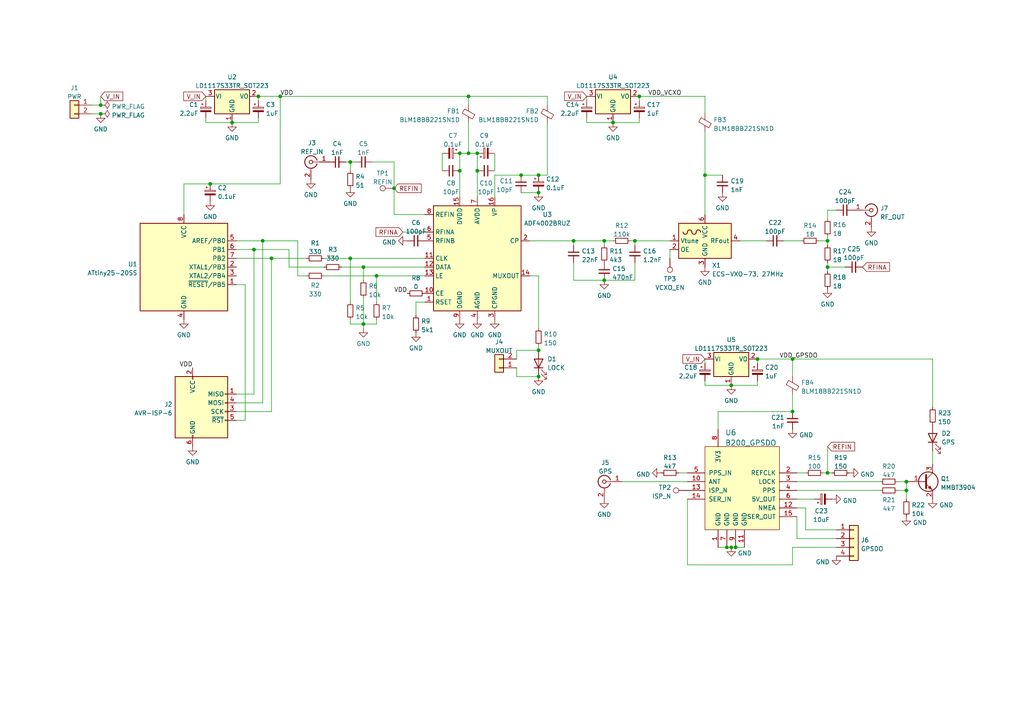
<source format=kicad_sch>
(kicad_sch (version 20211123) (generator eeschema)
  (paper "A4")
  (title_block (title "AD4002 27MHz PLL") (date "2022-04-08") (rev "1") (company "HB9EGM") (comment 1 "Compatible with USRP B200 GPSDO"))
  (lib_symbols
    (symbol "ADF4002_27MHz_PLL:B200_GPSDO" (pin_names (offset 1.016))
      (property "Reference" "U" (at 5.08 -10.16 0))
      (property "Value" "B200_GPSDO" (at 3.81 16.51 0))
      (symbol "B200_GPSDO_0_1"
        (rectangle (start -8.89 15.24) (end 12.7 -8.89) (fill (type background)))
      )
      (symbol "B200_GPSDO_1_1"
        (pin power_in line (at -5.08 -13.97 90) (length 5.08) (name "GND") (number "1"))
        (pin input line (at -13.97 5.08 0) (length 5.08) (name "ANT") (number "10"))
        (pin power_in line (at 2.54 -13.97 90) (length 5.08) (name "GND") (number "11"))
        (pin output line (at 17.78 -2.54 180) (length 5.08) (name "NMEA") (number "12"))
        (pin input line (at -13.97 2.54 0) (length 5.08) (name "ISP_N") (number "13"))
        (pin input line (at -13.97 0 0) (length 5.08) (name "SER_IN") (number "14"))
        (pin output line (at 17.78 -5.08 180) (length 5.08) (name "SER_OUT") (number "15"))
        (pin output line (at 17.78 7.62 180) (length 5.08) (name "REFCLK") (number "2"))
        (pin output line (at 17.78 5.08 180) (length 5.08) (name "LOCK") (number "3"))
        (pin output line (at 17.78 2.54 180) (length 5.08) (name "PPS") (number "4"))
        (pin input line (at -13.97 7.62 0) (length 5.08) (name "PPS_IN") (number "5"))
        (pin power_out line (at 17.78 0 180) (length 5.08) (name "5V_OUT") (number "6"))
        (pin power_in line (at -2.54 -13.97 90) (length 5.08) (name "GND") (number "7"))
        (pin power_in line (at -5.08 20.32 270) (length 5.08) (name "3V3") (number "8"))
        (pin power_in line (at 0 -13.97 90) (length 5.08) (name "GND") (number "9"))
      )
    )
    (symbol "ADF4002_27MHz_PLL:ECS-VXO-73"
      (property "Reference" "X" (at -7.62 6.35 0))
      (property "Value" "ECS-VXO-73" (at 2.54 6.35 0))
      (symbol "ECS-VXO-73_0_1"
        (rectangle (start -7.62 5.08) (end 7.62 -5.08) (stroke (width 0.254)) (fill (type background)))
        (arc (start -6.35 2.54) (mid -5.715 1.905) (end -5.08 2.54) (stroke (width 0.254)))
        (arc (start -3.81 2.54) (mid -4.445 3.175) (end -5.08 2.54) (stroke (width 0.254)))
        (arc (start -3.81 2.54) (mid -3.175 1.905) (end -2.54 2.54) (stroke (width 0.254)))
        (arc (start -1.27 2.54) (mid -1.905 3.175) (end -2.54 2.54) (stroke (width 0.254)))
      )
      (symbol "ECS-VXO-73_1_1"
        (pin input line (at -10.16 0 0) (length 2.54) (name "Vtune") (number "1"))
        (pin input line (at -10.16 -2.54 0) (length 2.54) (name "OE") (number "2"))
        (pin power_in line (at 0 -7.62 90) (length 2.54) (name "GND") (number "3"))
        (pin output line (at 10.16 0 180) (length 2.54) (name "RFout") (number "4"))
        (pin no_connect line (at 2.54 7.62 270) (length 2.54) hide (name "NC") (number "5"))
        (pin power_in line (at 0 7.62 270) (length 2.54) (name "VCC") (number "6"))
      )
    )
    (symbol "Connector:AVR-ISP-6" (pin_names (offset 1.016))
      (property "Reference" "J" (at -6.35 11.43 0))
      (property "Value" "AVR-ISP-6" (at 0 11.43 0))
      (symbol "AVR-ISP-6_0_1"
        (rectangle (start -2.667 -6.858) (end -2.413 -7.62))
        (rectangle (start -2.667 10.16) (end -2.413 9.398))
        (rectangle (start 7.62 -2.413) (end 6.858 -2.667))
        (rectangle (start 7.62 0.127) (end 6.858 -0.127))
        (rectangle (start 7.62 2.667) (end 6.858 2.413))
        (rectangle (start 7.62 5.207) (end 6.858 4.953))
        (rectangle (start 7.62 10.16) (end -7.62 -7.62) (stroke (width 0.254)) (fill (type background)))
      )
      (symbol "AVR-ISP-6_1_1"
        (pin passive line (at 10.16 5.08 180) (length 2.54) (name "MISO") (number "1"))
        (pin passive line (at -2.54 12.7 270) (length 2.54) (name "VCC") (number "2"))
        (pin passive line (at 10.16 0 180) (length 2.54) (name "SCK") (number "3"))
        (pin passive line (at 10.16 2.54 180) (length 2.54) (name "MOSI") (number "4"))
        (pin passive line (at 10.16 -2.54 180) (length 2.54) (name "~{RST}") (number "5"))
        (pin passive line (at -2.54 -10.16 90) (length 2.54) (name "GND") (number "6"))
      )
    )
    (symbol "Connector:Conn_Coaxial" (pin_names (offset 1.016) hide)
      (property "Reference" "J" (at 0.254 3.048 0))
      (property "Value" "Conn_Coaxial" (at 2.921 0 90))
      (symbol "Conn_Coaxial_0_1"
        (arc (start -1.778 -0.508) (mid 0.222 -1.808) (end 1.778 0) (stroke (width 0.254)))
        (polyline (pts (xy -2.54 0) (xy -0.508 0)))
        (polyline (pts (xy 0 -2.54) (xy 0 -1.778)))
        (circle (center 0 0) (radius 0.508) (stroke (width 0.2032)))
        (arc (start 1.778 0) (mid 0.222 1.8083) (end -1.778 0.508) (stroke (width 0.254)))
      )
      (symbol "Conn_Coaxial_1_1"
        (pin passive line (at -5.08 0 0) (length 2.54) (name "In") (number "1"))
        (pin passive line (at 0 -5.08 90) (length 2.54) (name "Ext") (number "2"))
      )
    )
    (symbol "Connector:TestPoint" (pin_numbers hide) (pin_names (offset 0.762) hide)
      (property "Reference" "TP" (at 0 6.858 0))
      (property "Value" "TestPoint" (at 0 5.08 0))
      (symbol "TestPoint_0_1"
        (circle (center 0 3.302) (radius 0.762))
      )
      (symbol "TestPoint_1_1"
        (pin passive line (at 0 0 90) (length 2.54) (name "1") (number "1"))
      )
    )
    (symbol "Connector_Generic:Conn_01x02" (pin_names (offset 1.016) hide)
      (property "Reference" "J" (at 0 2.54 0))
      (property "Value" "Conn_01x02" (at 0 -5.08 0))
      (symbol "Conn_01x02_1_1"
        (rectangle (start -1.27 -2.413) (end 0 -2.667) (stroke (width 0.1524)))
        (rectangle (start -1.27 0.127) (end 0 -0.127) (stroke (width 0.1524)))
        (rectangle (start -1.27 1.27) (end 1.27 -3.81) (stroke (width 0.254)) (fill (type background)))
        (pin passive line (at -5.08 0 0) (length 3.81) (name "Pin_1") (number "1"))
        (pin passive line (at -5.08 -2.54 0) (length 3.81) (name "Pin_2") (number "2"))
      )
    )
    (symbol "Connector_Generic:Conn_01x04" (pin_names (offset 1.016) hide)
      (property "Reference" "J" (at 0 5.08 0))
      (property "Value" "Conn_01x04" (at 0 -7.62 0))
      (symbol "Conn_01x04_1_1"
        (rectangle (start -1.27 -4.953) (end 0 -5.207) (stroke (width 0.1524)))
        (rectangle (start -1.27 -2.413) (end 0 -2.667) (stroke (width 0.1524)))
        (rectangle (start -1.27 0.127) (end 0 -0.127) (stroke (width 0.1524)))
        (rectangle (start -1.27 2.667) (end 0 2.413) (stroke (width 0.1524)))
        (rectangle (start -1.27 3.81) (end 1.27 -6.35) (stroke (width 0.254)) (fill (type background)))
        (pin passive line (at -5.08 2.54 0) (length 3.81) (name "Pin_1") (number "1"))
        (pin passive line (at -5.08 0 0) (length 3.81) (name "Pin_2") (number "2"))
        (pin passive line (at -5.08 -2.54 0) (length 3.81) (name "Pin_3") (number "3"))
        (pin passive line (at -5.08 -5.08 0) (length 3.81) (name "Pin_4") (number "4"))
      )
    )
    (symbol "Device:C_Polarized_Small" (pin_numbers hide) (pin_names (offset 0.254) hide)
      (property "Reference" "C" (at 0.254 1.778 0))
      (property "Value" "C_Polarized_Small" (at 0.254 -2.032 0))
      (symbol "C_Polarized_Small_0_1"
        (rectangle (start -1.524 -0.3048) (end 1.524 -0.6858) (fill (type outline)))
        (rectangle (start -1.524 0.6858) (end 1.524 0.3048))
        (polyline (pts (xy -1.27 1.524) (xy -0.762 1.524)))
        (polyline (pts (xy -1.016 1.27) (xy -1.016 1.778)))
      )
      (symbol "C_Polarized_Small_1_1"
        (pin passive line (at 0 2.54 270) (length 1.8542) (name "~") (number "1"))
        (pin passive line (at 0 -2.54 90) (length 1.8542) (name "~") (number "2"))
      )
    )
    (symbol "Device:C_Small" (pin_numbers hide) (pin_names (offset 0.254) hide)
      (property "Reference" "C" (at 0.254 1.778 0))
      (property "Value" "C_Small" (at 0.254 -2.032 0))
      (symbol "C_Small_0_1"
        (polyline (pts (xy -1.524 -0.508) (xy 1.524 -0.508)) (stroke (width 0.3302)))
        (polyline (pts (xy -1.524 0.508) (xy 1.524 0.508)) (stroke (width 0.3048)))
      )
      (symbol "C_Small_1_1"
        (pin passive line (at 0 2.54 270) (length 2.032) (name "~") (number "1"))
        (pin passive line (at 0 -2.54 90) (length 2.032) (name "~") (number "2"))
      )
    )
    (symbol "Device:FerriteBead_Small" (pin_numbers hide) (pin_names (offset 0))
      (property "Reference" "FB" (at 1.905 1.27 0))
      (property "Value" "FerriteBead_Small" (at 1.905 -1.27 0))
      (symbol "FerriteBead_Small_0_1"
        (polyline (pts (xy 0 -1.27) (xy 0 -0.7874)))
        (polyline (pts (xy 0 0.889) (xy 0 1.2954)))
        (polyline (pts (xy -1.8288 0.2794) (xy -1.1176 1.4986) (xy 1.8288 -0.2032) (xy 1.1176 -1.4224) (xy -1.8288 0.2794)))
      )
      (symbol "FerriteBead_Small_1_1"
        (pin passive line (at 0 2.54 270) (length 1.27) (name "~") (number "1"))
        (pin passive line (at 0 -2.54 90) (length 1.27) (name "~") (number "2"))
      )
    )
    (symbol "Device:LED" (pin_numbers hide) (pin_names (offset 1.016) hide)
      (property "Reference" "D" (at 0 2.54 0))
      (property "Value" "LED" (at 0 -2.54 0))
      (symbol "LED_0_1"
        (polyline (pts (xy -1.27 -1.27) (xy -1.27 1.27)) (stroke (width 0.254)))
        (polyline (pts (xy -1.27 0) (xy 1.27 0)))
        (polyline (pts (xy 1.27 -1.27) (xy 1.27 1.27) (xy -1.27 0) (xy 1.27 -1.27)) (stroke (width 0.254)))
        (polyline (pts (xy -3.048 -0.762) (xy -4.572 -2.286) (xy -3.81 -2.286) (xy -4.572 -2.286) (xy -4.572 -1.524)))
        (polyline (pts (xy -1.778 -0.762) (xy -3.302 -2.286) (xy -2.54 -2.286) (xy -3.302 -2.286) (xy -3.302 -1.524)))
      )
      (symbol "LED_1_1"
        (pin passive line (at -3.81 0 0) (length 2.54) (name "K") (number "1"))
        (pin passive line (at 3.81 0 180) (length 2.54) (name "A") (number "2"))
      )
    )
    (symbol "Device:R_Small" (pin_numbers hide) (pin_names (offset 0.254) hide)
      (property "Reference" "R" (at 0.762 0.508 0))
      (property "Value" "R_Small" (at 0.762 -1.016 0))
      (symbol "R_Small_0_1"
        (rectangle (start -0.762 1.778) (end 0.762 -1.778) (stroke (width 0.2032)))
      )
      (symbol "R_Small_1_1"
        (pin passive line (at 0 2.54 270) (length 0.762) (name "~") (number "1"))
        (pin passive line (at 0 -2.54 90) (length 0.762) (name "~") (number "2"))
      )
    )
    (symbol "MCU_Microchip_ATtiny:ATtiny25-20SS"
      (property "Reference" "U" (at -12.7 13.97 0))
      (property "Value" "ATtiny25-20SS" (at 2.54 -13.97 0))
      (symbol "ATtiny25-20SS_0_1"
        (rectangle (start -12.7 -12.7) (end 12.7 12.7) (stroke (width 0.254)) (fill (type background)))
      )
      (symbol "ATtiny25-20SS_1_1"
        (pin bidirectional line (at 15.24 -5.08 180) (length 2.54) (name "~{RESET}/PB5") (number "1"))
        (pin bidirectional line (at 15.24 0 180) (length 2.54) (name "XTAL1/PB3") (number "2"))
        (pin bidirectional line (at 15.24 -2.54 180) (length 2.54) (name "XTAL2/PB4") (number "3"))
        (pin power_in line (at 0 -15.24 90) (length 2.54) (name "GND") (number "4"))
        (pin bidirectional line (at 15.24 7.62 180) (length 2.54) (name "AREF/PB0") (number "5"))
        (pin bidirectional line (at 15.24 5.08 180) (length 2.54) (name "PB1") (number "6"))
        (pin bidirectional line (at 15.24 2.54 180) (length 2.54) (name "PB2") (number "7"))
        (pin power_in line (at 0 15.24 270) (length 2.54) (name "VCC") (number "8"))
      )
    )
    (symbol "Regulator_Linear:LD1117S33TR_SOT223" (pin_names (offset 0.254))
      (property "Reference" "U" (at -3.81 3.175 0))
      (property "Value" "LD1117S33TR_SOT223" (at 0 3.175 0))
      (symbol "LD1117S33TR_SOT223_0_1"
        (rectangle (start -5.08 -5.08) (end 5.08 1.905) (stroke (width 0.254)) (fill (type background)))
      )
      (symbol "LD1117S33TR_SOT223_1_1"
        (pin power_in line (at 0 -7.62 90) (length 2.54) (name "GND") (number "1"))
        (pin power_out line (at 7.62 0 180) (length 2.54) (name "VO") (number "2"))
        (pin power_in line (at -7.62 0 0) (length 2.54) (name "VI") (number "3"))
      )
    )
    (symbol "Timer_PLL:ADF4002BRUZ"
      (property "Reference" "U" (at 12.7 16.51 0))
      (property "Value" "ADF4002BRUZ" (at 0 0 0))
      (symbol "ADF4002BRUZ_0_1"
        (rectangle (start -12.7 15.24) (end 12.7 -15.24) (stroke (width 0.254)) (fill (type background)))
      )
      (symbol "ADF4002BRUZ_1_1"
        (pin input line (at -15.24 -12.7 0) (length 2.54) (name "RSET") (number "1"))
        (pin input line (at -15.24 -10.16 0) (length 2.54) (name "CE") (number "10"))
        (pin input line (at -15.24 0 0) (length 2.54) (name "CLK") (number "11"))
        (pin input line (at -15.24 -2.54 0) (length 2.54) (name "DATA") (number "12"))
        (pin input line (at -15.24 -5.08 0) (length 2.54) (name "LE") (number "13"))
        (pin output line (at 15.24 -5.08 180) (length 2.54) (name "MUXOUT") (number "14"))
        (pin power_in line (at -5.08 17.78 270) (length 2.54) (name "DVDD") (number "15"))
        (pin power_in line (at 5.08 17.78 270) (length 2.54) (name "VP") (number "16"))
        (pin output line (at 15.24 5.08 180) (length 2.54) (name "CP") (number "2"))
        (pin power_in line (at 5.08 -17.78 90) (length 2.54) (name "CPGND") (number "3"))
        (pin power_in line (at 0 -17.78 90) (length 2.54) (name "AGND") (number "4"))
        (pin input line (at -15.24 5.08 0) (length 2.54) (name "RFINB") (number "5"))
        (pin input line (at -15.24 7.62 0) (length 2.54) (name "RFINA") (number "6"))
        (pin power_in line (at 0 17.78 270) (length 2.54) (name "AVDD") (number "7"))
        (pin input line (at -15.24 12.7 0) (length 2.54) (name "REFIN") (number "8"))
        (pin power_in line (at -5.08 -17.78 90) (length 2.54) (name "DGND") (number "9"))
      )
    )
    (symbol "Transistor_BJT:MMBT3904" (pin_names (offset 0) hide)
      (property "Reference" "Q" (at 5.08 1.905 0))
      (property "Value" "MMBT3904" (at 5.08 0 0))
      (symbol "MMBT3904_0_1"
        (polyline (pts (xy 0.635 0.635) (xy 2.54 2.54)))
        (polyline (pts (xy 0.635 -0.635) (xy 2.54 -2.54) (xy 2.54 -2.54)))
        (polyline (pts (xy 0.635 1.905) (xy 0.635 -1.905) (xy 0.635 -1.905)) (stroke (width 0.508)))
        (polyline (pts (xy 1.27 -1.778) (xy 1.778 -1.27) (xy 2.286 -2.286) (xy 1.27 -1.778) (xy 1.27 -1.778)) (fill (type outline)))
        (circle (center 1.27 0) (radius 2.8194) (stroke (width 0.254)))
      )
      (symbol "MMBT3904_1_1"
        (pin input line (at -5.08 0 0) (length 5.715) (name "B") (number "1"))
        (pin passive line (at 2.54 -5.08 90) (length 2.54) (name "E") (number "2"))
        (pin passive line (at 2.54 5.08 270) (length 2.54) (name "C") (number "3"))
      )
    )
    (symbol "power:GND" (power) (pin_names (offset 0))
      (property "Value" "GND" (at 0 -3.81 0))
      (symbol "GND_0_1"
        (polyline (pts (xy 0 0) (xy 0 -1.27) (xy 1.27 -1.27) (xy 0 -2.54) (xy -1.27 -1.27) (xy 0 -1.27)))
      )
      (symbol "GND_1_1"
        (pin power_in line (at 0 0 270) (length 0) hide (name "GND") (number "1"))
      )
    )
    (symbol "power:PWR_FLAG" (power) (pin_numbers hide) (pin_names (offset 0) hide)
      (property "Value" "PWR_FLAG" (at 0 3.81 0))
      (symbol "PWR_FLAG_0_0"
        (pin power_out line (at 0 0 90) (length 0) (name "pwr") (number "1"))
      )
      (symbol "PWR_FLAG_0_1"
        (polyline (pts (xy 0 0) (xy 0 1.27) (xy -1.016 1.905) (xy 0 2.54) (xy 1.016 1.905) (xy 0 1.27)))
      )
    )
  )
  (junction (at 151.13 50.8))
  (junction (at 212.09 111.76))
  (junction (at 240.03 69.85))
  (junction (at 29.21 33.02))
  (junction (at 138.43 49.53))
  (junction (at 101.6 74.93))
  (junction (at 114.3 54.61))
  (junction (at 81.28 27.94))
  (junction (at 67.31 35.56))
  (junction (at 184.15 69.85))
  (junction (at 105.41 77.47))
  (junction (at 229.87 119.38))
  (junction (at 135.89 44.45))
  (junction (at 156.21 55.88))
  (junction (at 133.35 44.45))
  (junction (at 262.89 142.24))
  (junction (at 204.47 50.8))
  (junction (at 185.42 27.94))
  (junction (at 156.21 101.6))
  (junction (at 213.36 158.75))
  (junction (at 240.03 77.47))
  (junction (at 177.8 35.56))
  (junction (at 101.6 46.99))
  (junction (at 175.26 69.85))
  (junction (at 166.37 69.85))
  (junction (at 76.2 69.85))
  (junction (at 133.35 49.53))
  (junction (at 175.26 81.28))
  (junction (at 135.89 27.94))
  (junction (at 109.22 80.01))
  (junction (at 262.89 139.7))
  (junction (at 73.66 72.39))
  (junction (at 74.93 27.94))
  (junction (at 229.87 104.14))
  (junction (at 29.21 30.48))
  (junction (at 138.43 44.45))
  (junction (at 78.74 74.93))
  (junction (at 212.09 158.75))
  (junction (at 156.21 50.8))
  (junction (at 156.21 109.22))
  (junction (at 60.96 53.34))
  (junction (at 240.03 137.16))
  (junction (at 105.41 93.98))
  (junction (at 219.71 104.14))
  (junction (at 210.82 158.75))
  (wire (pts (xy 212.09 158.75) (xy 213.36 158.75)))
  (wire (pts (xy 194.31 74.93) (xy 194.31 72.39)))
  (wire (pts (xy 151.13 55.88) (xy 156.21 55.88)))
  (wire (pts (xy 240.03 129.54) (xy 240.03 137.16)))
  (wire (pts (xy 227.33 69.85) (xy 232.41 69.85)))
  (wire (pts (xy 166.37 81.28) (xy 175.26 81.28)))
  (wire (pts (xy 156.21 80.01) (xy 153.67 80.01)))
  (wire (pts (xy 166.37 69.85) (xy 175.26 69.85)))
  (wire (pts (xy 138.43 49.53) (xy 138.43 57.15)))
  (wire (pts (xy 74.93 35.56) (xy 74.93 34.29)))
  (wire (pts (xy 29.21 33.02) (xy 26.67 33.02)))
  (wire (pts (xy 114.3 62.23) (xy 114.3 54.61)))
  (wire (pts (xy 143.51 44.45) (xy 143.51 49.53)))
  (wire (pts (xy 204.47 33.02) (xy 204.47 27.94)))
  (wire (pts (xy 105.41 86.36) (xy 105.41 93.98)))
  (wire (pts (xy 184.15 71.12) (xy 184.15 69.85)))
  (wire (pts (xy 83.82 77.47) (xy 93.98 77.47)))
  (wire (pts (xy 170.18 27.94) (xy 170.18 29.21)))
  (wire (pts (xy 231.14 139.7) (xy 255.27 139.7)))
  (wire (pts (xy 204.47 111.76) (xy 212.09 111.76)))
  (wire (pts (xy 233.68 153.67) (xy 233.68 147.32)))
  (wire (pts (xy 210.82 158.75) (xy 212.09 158.75)))
  (wire (pts (xy 73.66 72.39) (xy 73.66 114.3)))
  (wire (pts (xy 68.58 121.92) (xy 71.12 121.92)))
  (wire (pts (xy 135.89 44.45) (xy 138.43 44.45)))
  (wire (pts (xy 170.18 34.29) (xy 170.18 35.56)))
  (wire (pts (xy 101.6 46.99) (xy 102.87 46.99)))
  (wire (pts (xy 59.69 27.94) (xy 59.69 29.21)))
  (wire (pts (xy 135.89 27.94) (xy 158.75 27.94)))
  (wire (pts (xy 185.42 27.94) (xy 204.47 27.94)))
  (wire (pts (xy 214.63 69.85) (xy 222.25 69.85)))
  (wire (pts (xy 233.68 147.32) (xy 231.14 147.32)))
  (wire (pts (xy 213.36 158.75) (xy 215.9 158.75)))
  (wire (pts (xy 135.89 44.45) (xy 133.35 44.45)))
  (wire (pts (xy 86.36 80.01) (xy 86.36 69.85)))
  (wire (pts (xy 60.96 53.34) (xy 53.34 53.34)))
  (wire (pts (xy 86.36 69.85) (xy 76.2 69.85)))
  (wire (pts (xy 229.87 109.22) (xy 229.87 104.14)))
  (wire (pts (xy 78.74 74.93) (xy 78.74 119.38)))
  (wire (pts (xy 59.69 35.56) (xy 67.31 35.56)))
  (wire (pts (xy 73.66 72.39) (xy 83.82 72.39)))
  (wire (pts (xy 138.43 44.45) (xy 138.43 49.53)))
  (wire (pts (xy 170.18 35.56) (xy 177.8 35.56)))
  (wire (pts (xy 114.3 54.61) (xy 114.3 46.99)))
  (wire (pts (xy 238.76 137.16) (xy 240.03 137.16)))
  (wire (pts (xy 149.86 109.22) (xy 156.21 109.22)))
  (wire (pts (xy 143.51 50.8) (xy 151.13 50.8)))
  (wire (pts (xy 240.03 77.47) (xy 245.11 77.47)))
  (wire (pts (xy 109.22 80.01) (xy 123.19 80.01)))
  (wire (pts (xy 240.03 69.85) (xy 240.03 68.58)))
  (wire (pts (xy 231.14 142.24) (xy 255.27 142.24)))
  (wire (pts (xy 73.66 114.3) (xy 68.58 114.3)))
  (wire (pts (xy 53.34 53.34) (xy 53.34 62.23)))
  (wire (pts (xy 156.21 95.25) (xy 156.21 80.01)))
  (wire (pts (xy 184.15 69.85) (xy 194.31 69.85)))
  (wire (pts (xy 185.42 35.56) (xy 185.42 34.29)))
  (wire (pts (xy 135.89 27.94) (xy 135.89 30.48)))
  (wire (pts (xy 120.65 87.63) (xy 123.19 87.63)))
  (wire (pts (xy 78.74 119.38) (xy 68.58 119.38)))
  (wire (pts (xy 240.03 69.85) (xy 240.03 71.12)))
  (wire (pts (xy 175.26 69.85) (xy 175.26 71.12)))
  (wire (pts (xy 101.6 93.98) (xy 105.41 93.98)))
  (wire (pts (xy 100.33 46.99) (xy 101.6 46.99)))
  (wire (pts (xy 86.36 80.01) (xy 88.9 80.01)))
  (wire (pts (xy 99.06 77.47) (xy 105.41 77.47)))
  (wire (pts (xy 242.57 156.21) (xy 231.14 156.21)))
  (wire (pts (xy 219.71 104.14) (xy 229.87 104.14)))
  (wire (pts (xy 105.41 93.98) (xy 105.41 95.25)))
  (wire (pts (xy 208.28 158.75) (xy 210.82 158.75)))
  (wire (pts (xy 26.67 30.48) (xy 29.21 30.48)))
  (wire (pts (xy 270.51 130.81) (xy 270.51 134.62)))
  (wire (pts (xy 76.2 116.84) (xy 68.58 116.84)))
  (wire (pts (xy 175.26 69.85) (xy 177.8 69.85)))
  (wire (pts (xy 184.15 69.85) (xy 182.88 69.85)))
  (wire (pts (xy 120.65 91.44) (xy 120.65 87.63)))
  (wire (pts (xy 109.22 92.71) (xy 109.22 93.98)))
  (wire (pts (xy 196.85 137.16) (xy 199.39 137.16)))
  (wire (pts (xy 68.58 69.85) (xy 76.2 69.85)))
  (wire (pts (xy 240.03 60.96) (xy 240.03 63.5)))
  (wire (pts (xy 107.95 46.99) (xy 114.3 46.99)))
  (wire (pts (xy 208.28 119.38) (xy 229.87 119.38)))
  (wire (pts (xy 67.31 35.56) (xy 74.93 35.56)))
  (wire (pts (xy 133.35 49.53) (xy 133.35 57.15)))
  (wire (pts (xy 105.41 77.47) (xy 105.41 81.28)))
  (wire (pts (xy 101.6 74.93) (xy 101.6 87.63)))
  (wire (pts (xy 231.14 144.78) (xy 236.22 144.78)))
  (wire (pts (xy 149.86 104.14) (xy 149.86 101.6)))
  (wire (pts (xy 101.6 46.99) (xy 101.6 49.53)))
  (wire (pts (xy 262.89 142.24) (xy 262.89 139.7)))
  (wire (pts (xy 81.28 27.94) (xy 135.89 27.94)))
  (wire (pts (xy 204.47 104.14) (xy 204.47 105.41)))
  (wire (pts (xy 74.93 27.94) (xy 81.28 27.94)))
  (wire (pts (xy 229.87 104.14) (xy 270.51 104.14)))
  (wire (pts (xy 229.87 158.75) (xy 229.87 163.83)))
  (wire (pts (xy 29.21 27.94) (xy 29.21 30.48)))
  (wire (pts (xy 260.35 142.24) (xy 262.89 142.24)))
  (wire (pts (xy 133.35 44.45) (xy 133.35 49.53)))
  (wire (pts (xy 229.87 163.83) (xy 199.39 163.83)))
  (wire (pts (xy 240.03 77.47) (xy 240.03 78.74)))
  (wire (pts (xy 149.86 106.68) (xy 149.86 109.22)))
  (wire (pts (xy 116.84 67.31) (xy 123.19 67.31)))
  (wire (pts (xy 260.35 139.7) (xy 262.89 139.7)))
  (wire (pts (xy 204.47 110.49) (xy 204.47 111.76)))
  (wire (pts (xy 184.15 81.28) (xy 175.26 81.28)))
  (wire (pts (xy 93.98 80.01) (xy 109.22 80.01)))
  (wire (pts (xy 143.51 57.15) (xy 143.51 50.8)))
  (wire (pts (xy 101.6 93.98) (xy 101.6 92.71)))
  (wire (pts (xy 71.12 121.92) (xy 71.12 82.55)))
  (wire (pts (xy 242.57 153.67) (xy 233.68 153.67)))
  (wire (pts (xy 180.34 139.7) (xy 199.39 139.7)))
  (wire (pts (xy 109.22 93.98) (xy 105.41 93.98)))
  (wire (pts (xy 166.37 76.2) (xy 166.37 81.28)))
  (wire (pts (xy 156.21 100.33) (xy 156.21 101.6)))
  (wire (pts (xy 219.71 105.41) (xy 219.71 104.14)))
  (wire (pts (xy 153.67 69.85) (xy 166.37 69.85)))
  (wire (pts (xy 242.57 158.75) (xy 229.87 158.75)))
  (wire (pts (xy 158.75 30.48) (xy 158.75 27.94)))
  (wire (pts (xy 101.6 74.93) (xy 123.19 74.93)))
  (wire (pts (xy 204.47 38.1) (xy 204.47 50.8)))
  (wire (pts (xy 212.09 111.76) (xy 219.71 111.76)))
  (wire (pts (xy 135.89 35.56) (xy 135.89 44.45)))
  (wire (pts (xy 240.03 76.2) (xy 240.03 77.47)))
  (wire (pts (xy 177.8 35.56) (xy 185.42 35.56)))
  (wire (pts (xy 76.2 69.85) (xy 76.2 116.84)))
  (wire (pts (xy 105.41 77.47) (xy 123.19 77.47)))
  (wire (pts (xy 231.14 137.16) (xy 233.68 137.16)))
  (wire (pts (xy 219.71 111.76) (xy 219.71 110.49)))
  (wire (pts (xy 158.75 35.56) (xy 158.75 50.8)))
  (wire (pts (xy 237.49 69.85) (xy 240.03 69.85)))
  (wire (pts (xy 123.19 62.23) (xy 114.3 62.23)))
  (wire (pts (xy 231.14 156.21) (xy 231.14 149.86)))
  (wire (pts (xy 128.27 44.45) (xy 128.27 49.53)))
  (wire (pts (xy 93.98 74.93) (xy 101.6 74.93)))
  (wire (pts (xy 240.03 137.16) (xy 241.3 137.16)))
  (wire (pts (xy 149.86 101.6) (xy 156.21 101.6)))
  (wire (pts (xy 242.57 60.96) (xy 240.03 60.96)))
  (wire (pts (xy 229.87 119.38) (xy 229.87 114.3)))
  (wire (pts (xy 68.58 74.93) (xy 78.74 74.93)))
  (wire (pts (xy 270.51 118.11) (xy 270.51 104.14)))
  (wire (pts (xy 204.47 50.8) (xy 209.55 50.8)))
  (wire (pts (xy 208.28 119.38) (xy 208.28 124.46)))
  (wire (pts (xy 204.47 50.8) (xy 204.47 62.23)))
  (wire (pts (xy 81.28 53.34) (xy 81.28 27.94)))
  (wire (pts (xy 78.74 74.93) (xy 88.9 74.93)))
  (wire (pts (xy 59.69 34.29) (xy 59.69 35.56)))
  (wire (pts (xy 199.39 163.83) (xy 199.39 144.78)))
  (wire (pts (xy 71.12 82.55) (xy 68.58 82.55)))
  (wire (pts (xy 185.42 29.21) (xy 185.42 27.94)))
  (wire (pts (xy 262.89 142.24) (xy 262.89 144.78)))
  (wire (pts (xy 74.93 29.21) (xy 74.93 27.94)))
  (wire (pts (xy 166.37 69.85) (xy 166.37 71.12)))
  (wire (pts (xy 151.13 50.8) (xy 156.21 50.8)))
  (wire (pts (xy 60.96 53.34) (xy 81.28 53.34)))
  (wire (pts (xy 109.22 80.01) (xy 109.22 87.63)))
  (wire (pts (xy 156.21 50.8) (xy 158.75 50.8)))
  (wire (pts (xy 184.15 76.2) (xy 184.15 81.28)))
  (wire (pts (xy 68.58 72.39) (xy 73.66 72.39)))
  (wire (pts (xy 83.82 72.39) (xy 83.82 77.47)))
  (label "VDD_VCXO" (at 187.96 27.94 0))
  (label "VDD" (at 55.88 106.68 180))
  (label "VDD" (at 81.28 27.94 0))
  (label "VDD_GPSDO" (at 226.06 104.14 0))
  (label "VDD" (at 118.11 85.09 180))
  (global_label "V_IN" (shape input) (at 204.47 104.14 180) (property "Intersheet References" "${INTERSHEET_REFS}" (effects hide)))
  (global_label "REFIN" (shape input) (at 240.03 129.54 0) (property "Intersheet References" "${INTERSHEET_REFS}" (effects hide)))
  (global_label "V_IN" (shape input) (at 170.18 27.94 180) (property "Intersheet References" "${INTERSHEET_REFS}" (effects hide)))
  (global_label "REFIN" (shape input) (at 114.3 54.61 0) (property "Intersheet References" "${INTERSHEET_REFS}" (effects hide)))
  (global_label "RFINA" (shape input) (at 116.84 67.31 180) (property "Intersheet References" "${INTERSHEET_REFS}" (effects hide)))
  (global_label "V_IN" (shape input) (at 59.69 27.94 180) (property "Intersheet References" "${INTERSHEET_REFS}" (effects hide)))
  (global_label "RFINA" (shape input) (at 250.19 77.47 0) (property "Intersheet References" "${INTERSHEET_REFS}" (effects hide)))
  (global_label "V_IN" (shape input) (at 29.21 27.94 0) (property "Intersheet References" "${INTERSHEET_REFS}" (effects hide)))
  (symbol (lib_id "Device:R_Small") (at 236.22 137.16 270) (unit 1)
    (property "Reference" "R15" (at 236.22 132.7236 90))
    (property "Value" "100" (at 236.22 135.2605 90))
    (property "Footprint" "Resistor_SMD:R_0603_1608Metric_Pad0.98x0.95mm_HandSolder" (effects hide))
  )
  (symbol (lib_id "power:GND") (at 156.21 109.22 0) (unit 1)
    (property "Reference" "#PWR015" (effects hide))
    (property "Value" "GND" (at 156.21 113.6634 0))
  )
  (symbol (lib_id "power:GND") (at 242.57 161.29 0) (unit 1)
    (property "Reference" "#PWR026" (effects hide))
    (property "Value" "GND" (at 240.6651 162.9938 0) (effects (justify right)))
  )
  (symbol (lib_id "Device:R_Small") (at 175.26 73.66 180) (unit 1)
    (property "Reference" "R11" (at 176.7586 72.8253 0) (effects (justify right)))
    (property "Value" "4k3" (at 176.7586 75.3622 0) (effects (justify right)))
    (property "Footprint" "Resistor_SMD:R_0603_1608Metric_Pad0.98x0.95mm_HandSolder" (effects hide))
  )
  (symbol (lib_id "Device:C_Polarized_Small") (at 204.47 107.95 0) (unit 1)
    (property "Reference" "C18" (at 202.311 106.5692 0) (effects (justify right)))
    (property "Value" "2.2uF" (at 202.311 109.1061 0) (effects (justify right)))
    (property "Footprint" "Capacitor_SMD:C_0805_2012Metric_Pad1.18x1.45mm_HandSolder" (effects hide))
  )
  (symbol (lib_id "Device:C_Small") (at 229.87 121.92 0) (unit 1)
    (property "Reference" "C21" (at 227.546 121.0916 0) (effects (justify right)))
    (property "Value" "1nF" (at 227.546 123.6285 0) (effects (justify right)))
    (property "Footprint" "Capacitor_SMD:C_0805_2012Metric_Pad1.18x1.45mm_HandSolder" (effects hide))
  )
  (symbol (lib_id "Device:C_Polarized_Small") (at 74.93 31.75 0) (unit 1)
    (property "Reference" "C3" (at 77.089 30.3692 0) (effects (justify left)))
    (property "Value" "1uF" (at 77.089 32.9061 0) (effects (justify left)))
    (property "Footprint" "Capacitor_SMD:C_0805_2012Metric_Pad1.18x1.45mm_HandSolder" (effects hide))
  )
  (symbol (lib_id "Device:R_Small") (at 243.84 137.16 270) (unit 1)
    (property "Reference" "R19" (at 243.84 132.7236 90))
    (property "Value" "150" (at 243.84 135.2605 90))
    (property "Footprint" "Resistor_SMD:R_0603_1608Metric_Pad0.98x0.95mm_HandSolder" (effects hide))
  )
  (symbol (lib_id "Connector_Generic:Conn_01x02") (at 21.59 30.48 0) (mirror y) (unit 1)
    (property "Reference" "J1" (at 21.59 25.5102 0))
    (property "Value" "PWR" (at 21.59 28.0471 0))
    (property "Footprint" "Connector_PinHeader_2.54mm:PinHeader_1x02_P2.54mm_Vertical" (effects hide))
  )
  (symbol (lib_id "Device:R_Small") (at 194.31 137.16 270) (unit 1)
    (property "Reference" "R13" (at 194.31 132.7236 90))
    (property "Value" "4k7" (at 194.31 135.2605 90))
    (property "Footprint" "Resistor_SMD:R_0603_1608Metric_Pad0.98x0.95mm_HandSolder" (effects hide))
  )
  (symbol (lib_id "power:GND") (at 175.26 144.78 0) (unit 1)
    (property "Reference" "#PWR017" (effects hide))
    (property "Value" "GND" (at 175.26 149.2234 0))
  )
  (symbol (lib_id "Timer_PLL:ADF4002BRUZ") (at 138.43 74.93 0) (unit 1)
    (property "Reference" "U3" (at 158.75 62.23 0))
    (property "Value" "ADF4002BRUZ" (at 158.75 64.7669 0))
    (property "Footprint" "Package_SO:TSSOP-16_4.4x5mm_P0.65mm" (effects hide))
    (property "Datasheet" "https://www.analog.com/media/en/technical-documentation/data-sheets/ADF4002.pdf" (effects hide))
  )
  (symbol (lib_id "Device:R_Small") (at 105.41 83.82 180) (unit 1)
    (property "Reference" "R6" (at 106.9086 82.9853 0) (effects (justify right)))
    (property "Value" "10k" (at 106.9086 85.5222 0) (effects (justify right)))
    (property "Footprint" "Resistor_SMD:R_0603_1608Metric_Pad0.98x0.95mm_HandSolder" (effects hide))
  )
  (symbol (lib_id "Connector:Conn_Coaxial") (at 252.73 60.96 0) (unit 1)
    (property "Reference" "J7" (at 255.27 60.4185 0) (effects (justify left)))
    (property "Value" "RF_OUT" (at 255.27 62.9554 0) (effects (justify left)))
    (property "Footprint" "Connector_Coaxial:SMA_Molex_73251-2120_EdgeMount_Horizontal" (effects hide))
    (property "Datasheet" " ~" (effects hide))
  )
  (symbol (lib_id "Device:C_Small") (at 140.97 49.53 270) (unit 1)
    (property "Reference" "C10" (at 140.9636 53.1225 90))
    (property "Value" "10pF" (at 140.9636 55.6594 90))
    (property "Footprint" "Capacitor_SMD:C_0805_2012Metric_Pad1.18x1.45mm_HandSolder" (effects hide))
  )
  (symbol (lib_id "Device:C_Polarized_Small") (at 140.97 44.45 90) (unit 1)
    (property "Reference" "C9" (at 140.4239 39.3532 90))
    (property "Value" "0.1uF" (at 140.4239 41.8901 90))
    (property "Footprint" "Capacitor_SMD:C_0805_2012Metric_Pad1.18x1.45mm_HandSolder" (effects hide))
  )
  (symbol (lib_id "power:GND") (at 53.34 92.71 0) (unit 1)
    (property "Reference" "#PWR02" (effects hide))
    (property "Value" "GND" (at 53.34 97.1534 0))
  )
  (symbol (lib_id "Device:C_Small") (at 224.79 69.85 90) (unit 1)
    (property "Reference" "C22" (at 224.7963 64.5881 90))
    (property "Value" "100pF" (at 224.7963 67.125 90))
    (property "Footprint" "Capacitor_SMD:C_0805_2012Metric_Pad1.18x1.45mm_HandSolder" (effects hide))
  )
  (symbol (lib_id "Device:C_Polarized_Small") (at 60.96 55.88 0) (unit 1)
    (property "Reference" "C2" (at 63.119 54.4992 0) (effects (justify left)))
    (property "Value" "0.1uF" (at 63.119 57.0361 0) (effects (justify left)))
    (property "Footprint" "Capacitor_SMD:C_0805_2012Metric_Pad1.18x1.45mm_HandSolder" (effects hide))
  )
  (symbol (lib_id "Device:FerriteBead_Small") (at 135.89 33.02 180) (unit 1)
    (property "Reference" "FB1" (at 133.4263 32.2234 0) (effects (justify left)))
    (property "Value" "BLM18BB221SN1D" (at 133.4263 34.7603 0) (effects (justify left)))
    (property "Footprint" "Resistor_SMD:R_0603_1608Metric_Pad0.98x0.95mm_HandSolder" (effects hide))
  )
  (symbol (lib_id "Device:R_Small") (at 120.65 85.09 270) (unit 1)
    (property "Reference" "R8" (at 120.65 80.6536 90))
    (property "Value" "0" (at 120.65 83.1905 90))
    (property "Footprint" "Resistor_SMD:R_0603_1608Metric_Pad0.98x0.95mm_HandSolder" (effects hide))
  )
  (symbol (lib_id "Device:R_Small") (at 91.44 74.93 90) (unit 1)
    (property "Reference" "R1" (at 91.44 70.4936 90))
    (property "Value" "330" (at 91.44 73.0305 90))
    (property "Footprint" "Resistor_SMD:R_0603_1608Metric_Pad0.98x0.95mm_HandSolder" (effects hide))
  )
  (symbol (lib_id "power:GND") (at 105.41 95.25 0) (unit 1)
    (property "Reference" "#PWR08" (effects hide))
    (property "Value" "GND" (at 105.41 99.6934 0))
  )
  (symbol (lib_id "power:GND") (at 138.43 92.71 0) (unit 1)
    (property "Reference" "#PWR012" (effects hide))
    (property "Value" "GND" (at 138.43 97.1534 0))
  )
  (symbol (lib_id "Device:LED") (at 156.21 105.41 90) (unit 1)
    (property "Reference" "D1" (at 158.75 104.14 90) (effects (justify right)))
    (property "Value" "LOCK" (at 158.75 106.6769 90) (effects (justify right)))
    (property "Footprint" "LED_SMD:LED_1206_3216Metric_Pad1.42x1.75mm_HandSolder" (effects hide))
  )
  (symbol (lib_id "Device:R_Small") (at 156.21 97.79 0) (unit 1)
    (property "Reference" "R10" (at 157.7086 96.9553 0) (effects (justify left)))
    (property "Value" "150" (at 157.7086 99.4922 0) (effects (justify left)))
    (property "Footprint" "Resistor_SMD:R_0603_1608Metric_Pad0.98x0.95mm_HandSolder" (effects hide))
  )
  (symbol (lib_id "power:GND") (at 177.8 35.56 0) (unit 1)
    (property "Reference" "#PWR018" (effects hide))
    (property "Value" "GND" (at 177.8 40.0034 0))
  )
  (symbol (lib_id "Device:R_Small") (at 120.65 93.98 180) (unit 1)
    (property "Reference" "R9" (at 122.1486 93.1453 0) (effects (justify right)))
    (property "Value" "5k1" (at 122.1486 95.6822 0) (effects (justify right)))
    (property "Footprint" "Resistor_SMD:R_0603_1608Metric_Pad0.98x0.95mm_HandSolder" (effects hide))
  )
  (symbol (lib_id "power:GND") (at 270.51 144.78 0) (unit 1)
    (property "Reference" "#PWR031" (effects hide))
    (property "Value" "GND" (at 272.415 146.4838 0) (effects (justify left)))
  )
  (symbol (lib_id "power:GND") (at 246.38 137.16 90) (unit 1)
    (property "Reference" "#PWR028" (effects hide))
    (property "Value" "GND" (at 249.555 137.5938 90) (effects (justify right)))
  )
  (symbol (lib_id "Connector:TestPoint") (at 194.31 74.93 180) (unit 1)
    (property "Reference" "TP3" (at 194.31 80.8974 0))
    (property "Value" "VCXO_EN" (at 194.31 83.4343 0))
    (property "Footprint" "TestPoint:TestPoint_Pad_D2.5mm" (effects hide))
  )
  (symbol (lib_id "Connector_Generic:Conn_01x04") (at 247.65 156.21 0) (unit 1)
    (property "Reference" "J6" (at 249.682 156.6453 0) (effects (justify left)))
    (property "Value" "GPSDO" (at 249.682 159.1822 0) (effects (justify left)))
    (property "Footprint" "Connector_PinHeader_2.54mm:PinHeader_1x04_P2.54mm_Vertical" (effects hide))
  )
  (symbol (lib_id "Device:FerriteBead_Small") (at 229.87 111.76 180) (unit 1)
    (property "Reference" "FB4" (at 232.3338 110.9634 0) (effects (justify right)))
    (property "Value" "BLM18BB221SN1D" (at 232.3338 113.5003 0) (effects (justify right)))
    (property "Footprint" "Resistor_SMD:R_0603_1608Metric_Pad0.98x0.95mm_HandSolder" (effects hide))
  )
  (symbol (lib_id "power:GND") (at 118.11 69.85 270) (unit 1)
    (property "Reference" "#PWR09" (effects hide))
    (property "Value" "GND" (at 114.9351 70.2838 90) (effects (justify right)))
  )
  (symbol (lib_id "power:GND") (at 175.26 81.28 0) (unit 1)
    (property "Reference" "#PWR016" (effects hide))
    (property "Value" "GND" (at 175.26 85.7234 0))
  )
  (symbol (lib_id "Device:R_Small") (at 96.52 77.47 90) (unit 1)
    (property "Reference" "R3" (at 96.52 72.39 90))
    (property "Value" "330" (at 96.52 74.93 90))
    (property "Footprint" "Resistor_SMD:R_0603_1608Metric_Pad0.98x0.95mm_HandSolder" (effects hide))
  )
  (symbol (lib_id "power:GND") (at 120.65 96.52 0) (unit 1)
    (property "Reference" "#PWR010" (effects hide))
    (property "Value" "GND" (at 120.65 100.9634 0))
  )
  (symbol (lib_id "power:GND") (at 60.96 58.42 0) (unit 1)
    (property "Reference" "#PWR04" (effects hide))
    (property "Value" "GND" (at 60.96 62.8634 0))
  )
  (symbol (lib_id "Connector:TestPoint") (at 114.3 54.61 90) (unit 1)
    (property "Reference" "TP1" (at 110.998 50.2752 90))
    (property "Value" "REFIN" (at 110.998 52.8121 90))
    (property "Footprint" "TestPoint:TestPoint_Pad_D2.5mm" (effects hide))
  )
  (symbol (lib_id "Device:R_Small") (at 101.6 90.17 180) (unit 1)
    (property "Reference" "R5" (at 103.0986 89.3353 0) (effects (justify right)))
    (property "Value" "10k" (at 103.0986 91.8722 0) (effects (justify right)))
    (property "Footprint" "Resistor_SMD:R_0603_1608Metric_Pad0.98x0.95mm_HandSolder" (effects hide))
  )
  (symbol (lib_id "Device:R_Small") (at 101.6 52.07 180) (unit 1)
    (property "Reference" "R4" (at 103.0986 51.2353 0) (effects (justify right)))
    (property "Value" "51" (at 103.0986 53.7722 0) (effects (justify right)))
    (property "Footprint" "Resistor_SMD:R_0603_1608Metric_Pad0.98x0.95mm_HandSolder" (effects hide))
  )
  (symbol (lib_id "Device:C_Small") (at 151.13 53.34 0) (unit 1)
    (property "Reference" "C11" (at 148.806 52.5116 0) (effects (justify right)))
    (property "Value" "10pF" (at 148.806 55.0485 0) (effects (justify right)))
    (property "Footprint" "Capacitor_SMD:C_0805_2012Metric_Pad1.18x1.45mm_HandSolder" (effects hide))
  )
  (symbol (lib_id "Device:LED") (at 270.51 127 90) (unit 1)
    (property "Reference" "D2" (at 273.05 125.73 90) (effects (justify right)))
    (property "Value" "GPS" (at 273.05 128.2669 90) (effects (justify right)))
    (property "Footprint" "LED_SMD:LED_1206_3216Metric_Pad1.42x1.75mm_HandSolder" (effects hide))
  )
  (symbol (lib_id "Device:C_Small") (at 209.55 53.34 0) (unit 1)
    (property "Reference" "C19" (at 211.8741 52.5116 0) (effects (justify left)))
    (property "Value" "1nF" (at 211.8741 55.0485 0) (effects (justify left)))
    (property "Footprint" "Capacitor_SMD:C_0805_2012Metric_Pad1.18x1.45mm_HandSolder" (effects hide))
  )
  (symbol (lib_id "ADF4002_27MHz_PLL:B200_GPSDO") (at 213.36 144.78 0) (unit 1)
    (property "Reference" "U6" (at 210.2994 125.4559 0) (effects (font (size 1.524 1.524)) (justify left)))
    (property "Value" "B200_GPSDO" (at 210.2994 128.4493 0) (effects (font (size 1.524 1.524)) (justify left)))
    (property "Footprint" "ADF4002_27MHz_PLL:GPSDO_B200" (effects hide))
  )
  (symbol (lib_id "Device:C_Small") (at 175.26 78.74 0) (unit 1)
    (property "Reference" "C15" (at 177.5841 77.9116 0) (effects (justify left)))
    (property "Value" "470nF" (at 177.5841 80.4485 0) (effects (justify left)))
    (property "Footprint" "Capacitor_SMD:C_0805_2012Metric_Pad1.18x1.45mm_HandSolder" (effects hide))
  )
  (symbol (lib_id "Device:R_Small") (at 270.51 120.65 0) (unit 1)
    (property "Reference" "R23" (at 272.0086 119.8153 0) (effects (justify left)))
    (property "Value" "150" (at 272.0086 122.3522 0) (effects (justify left)))
    (property "Footprint" "Resistor_SMD:R_0603_1608Metric_Pad0.98x0.95mm_HandSolder" (effects hide))
  )
  (symbol (lib_id "power:GND") (at 143.51 92.71 0) (unit 1)
    (property "Reference" "#PWR013" (effects hide))
    (property "Value" "GND" (at 143.51 97.1534 0))
  )
  (symbol (lib_id "power:GND") (at 212.09 158.75 0) (unit 1)
    (property "Reference" "#PWR023" (effects hide))
    (property "Value" "GND" (at 213.995 160.4538 0) (effects (justify left)))
  )
  (symbol (lib_id "Connector:AVR-ISP-6") (at 58.42 119.38 0) (unit 1)
    (property "Reference" "J2" (at 50.0381 117.2753 0) (effects (justify right)))
    (property "Value" "AVR-ISP-6" (at 50.0381 119.8122 0) (effects (justify right)))
    (property "Footprint" "Connector_IDC:IDC-Header_2x03_P2.54mm_Vertical" (effects hide))
    (property "Datasheet" " ~" (effects hide))
  )
  (symbol (lib_id "power:GND") (at 252.73 66.04 0) (unit 1)
    (property "Reference" "#PWR029" (effects hide))
    (property "Value" "GND" (at 252.73 70.4834 0))
  )
  (symbol (lib_id "Device:R_Small") (at 234.95 69.85 270) (unit 1)
    (property "Reference" "R14" (at 234.95 65.4136 90))
    (property "Value" "18" (at 234.95 67.9505 90))
    (property "Footprint" "Resistor_SMD:R_0603_1608Metric_Pad0.98x0.95mm_HandSolder" (effects hide))
  )
  (symbol (lib_id "Device:R_Small") (at 257.81 142.24 270) (unit 1)
    (property "Reference" "R21" (at 257.81 145.007 90))
    (property "Value" "4k7" (at 257.81 147.5439 90))
    (property "Footprint" "Resistor_SMD:R_0603_1608Metric_Pad0.98x0.95mm_HandSolder" (effects hide))
  )
  (symbol (lib_id "Device:C_Small") (at 97.79 46.99 90) (unit 1)
    (property "Reference" "C4" (at 97.7963 41.7281 90))
    (property "Value" "1nF" (at 97.7963 44.265 90))
    (property "Footprint" "Capacitor_SMD:C_0805_2012Metric_Pad1.18x1.45mm_HandSolder" (effects hide))
  )
  (symbol (lib_id "power:GND") (at 229.87 124.46 0) (unit 1)
    (property "Reference" "#PWR024" (effects hide))
    (property "Value" "GND" (at 231.775 126.1638 0) (effects (justify left)))
  )
  (symbol (lib_id "power:PWR_FLAG") (at 29.21 30.48 270) (unit 1)
    (property "Reference" "#FLG01" (effects hide))
    (property "Value" "PWR_FLAG" (at 32.385 30.9138 90) (effects (justify left)))
  )
  (symbol (lib_id "Device:C_Small") (at 105.41 46.99 90) (unit 1)
    (property "Reference" "C5" (at 105.4163 41.7281 90))
    (property "Value" "1nF" (at 105.4163 44.265 90))
    (property "Footprint" "Capacitor_SMD:C_0805_2012Metric_Pad1.18x1.45mm_HandSolder" (effects hide))
  )
  (symbol (lib_id "Regulator_Linear:LD1117S33TR_SOT223") (at 212.09 104.14 0) (unit 1)
    (property "Reference" "U5" (at 212.09 98.5352 0))
    (property "Value" "LD1117S33TR_SOT223" (at 212.09 101.0721 0))
    (property "Footprint" "Package_TO_SOT_SMD:SOT-223-3_TabPin2" (effects hide))
    (property "Datasheet" "http://www.st.com/st-web-ui/static/active/en/resource/technical/document/datasheet/CD00000544.pdf" (effects hide))
  )
  (symbol (lib_id "Device:C_Polarized_Small") (at 238.76 144.78 90) (unit 1)
    (property "Reference" "C23" (at 238.2139 148.2074 90))
    (property "Value" "10uF" (at 238.2139 150.7443 90))
    (property "Footprint" "Capacitor_SMD:CP_Elec_4x5.3" (effects hide))
  )
  (symbol (lib_id "power:GND") (at 67.31 35.56 0) (unit 1)
    (property "Reference" "#PWR05" (effects hide))
    (property "Value" "GND" (at 67.31 40.0034 0))
  )
  (symbol (lib_id "ADF4002_27MHz_PLL:ECS-VXO-73") (at 204.47 69.85 0) (unit 1)
    (property "Reference" "X1" (at 206.4894 76.9604 0) (effects (justify left)))
    (property "Value" "ECS-VXO-73, 27MHz" (at 206.4894 79.4973 0) (effects (justify left)))
    (property "Footprint" "ADF4002_27MHz_PLL:Oscillator_SMD_ECS_VXO_73" (effects hide))
  )
  (symbol (lib_id "power:GND") (at 212.09 111.76 0) (unit 1)
    (property "Reference" "#PWR022" (effects hide))
    (property "Value" "GND" (at 212.09 116.2034 0))
  )
  (symbol (lib_id "Device:C_Polarized_Small") (at 59.69 31.75 0) (unit 1)
    (property "Reference" "C1" (at 57.531 30.3692 0) (effects (justify right)))
    (property "Value" "2.2uF" (at 57.531 32.9061 0) (effects (justify right)))
    (property "Footprint" "Capacitor_SMD:C_0805_2012Metric_Pad1.18x1.45mm_HandSolder" (effects hide))
  )
  (symbol (lib_id "Device:C_Polarized_Small") (at 156.21 53.34 0) (unit 1)
    (property "Reference" "C12" (at 158.369 51.9592 0) (effects (justify left)))
    (property "Value" "0.1uF" (at 158.369 54.4961 0) (effects (justify left)))
    (property "Footprint" "Capacitor_SMD:C_0805_2012Metric_Pad1.18x1.45mm_HandSolder" (effects hide))
  )
  (symbol (lib_id "Device:FerriteBead_Small") (at 158.75 33.02 180) (unit 1)
    (property "Reference" "FB2" (at 156.2863 32.2234 0) (effects (justify left)))
    (property "Value" "BLM18BB221SN1D" (at 156.2863 34.7603 0) (effects (justify left)))
    (property "Footprint" "Resistor_SMD:R_0603_1608Metric_Pad0.98x0.95mm_HandSolder" (effects hide))
  )
  (symbol (lib_id "power:GND") (at 191.77 137.16 270) (unit 1)
    (property "Reference" "#PWR019" (effects hide))
    (property "Value" "GND" (at 188.5951 137.5938 90) (effects (justify right)))
  )
  (symbol (lib_id "power:GND") (at 55.88 129.54 0) (unit 1)
    (property "Reference" "#PWR03" (effects hide))
    (property "Value" "GND" (at 55.88 133.9834 0))
  )
  (symbol (lib_id "Device:C_Small") (at 130.81 49.53 90) (unit 1)
    (property "Reference" "C8" (at 130.8163 53.1225 90))
    (property "Value" "10pF" (at 130.8163 55.6594 90))
    (property "Footprint" "Capacitor_SMD:C_0805_2012Metric_Pad1.18x1.45mm_HandSolder" (effects hide))
  )
  (symbol (lib_id "power:GND") (at 133.35 92.71 0) (unit 1)
    (property "Reference" "#PWR011" (effects hide))
    (property "Value" "GND" (at 133.35 97.1534 0))
  )
  (symbol (lib_id "Connector:Conn_Coaxial") (at 175.26 139.7 0) (mirror y) (unit 1)
    (property "Reference" "J5" (at 175.5774 134.1736 0))
    (property "Value" "GPS" (at 175.5774 136.7105 0))
    (property "Footprint" "Connector_Coaxial:SMA_Molex_73251-2120_EdgeMount_Horizontal" (effects hide))
    (property "Datasheet" " ~" (effects hide))
  )
  (symbol (lib_id "Connector_Generic:Conn_01x02") (at 144.78 106.68 180) (unit 1)
    (property "Reference" "J4" (at 144.78 99.1702 0))
    (property "Value" "MUXOUT" (at 144.78 101.7071 0))
    (property "Footprint" "Connector_IDC:IDC-Header_2x03_P2.54mm_Vertical" (effects hide))
  )
  (symbol (lib_id "power:GND") (at 209.55 55.88 0) (unit 1)
    (property "Reference" "#PWR021" (effects hide))
    (property "Value" "GND" (at 209.55 60.3234 0))
  )
  (symbol (lib_id "Device:C_Small") (at 120.65 69.85 90) (unit 1)
    (property "Reference" "C6" (at 120.6563 64.5881 90))
    (property "Value" "100pF" (at 120.6563 67.125 90))
    (property "Footprint" "Capacitor_SMD:C_0805_2012Metric_Pad1.18x1.45mm_HandSolder" (effects hide))
  )
  (symbol (lib_id "Device:C_Polarized_Small") (at 130.81 44.45 270) (unit 1)
    (property "Reference" "C7" (at 131.3561 39.3532 90))
    (property "Value" "0.1uF" (at 131.3561 41.8901 90))
    (property "Footprint" "Capacitor_SMD:C_0805_2012Metric_Pad1.18x1.45mm_HandSolder" (effects hide))
  )
  (symbol (lib_id "power:GND") (at 240.03 83.82 0) (unit 1)
    (property "Reference" "#PWR025" (effects hide))
    (property "Value" "GND" (at 240.03 88.2634 0))
  )
  (symbol (lib_id "Device:FerriteBead_Small") (at 204.47 35.56 180) (unit 1)
    (property "Reference" "FB3" (at 206.9338 34.7634 0) (effects (justify right)))
    (property "Value" "BLM18BB221SN1D" (at 206.9338 37.3003 0) (effects (justify right)))
    (property "Footprint" "Resistor_SMD:R_0603_1608Metric_Pad0.98x0.95mm_HandSolder" (effects hide))
  )
  (symbol (lib_id "power:GND") (at 90.17 52.07 0) (unit 1)
    (property "Reference" "#PWR06" (effects hide))
    (property "Value" "GND" (at 90.17 56.5134 0))
  )
  (symbol (lib_id "Regulator_Linear:LD1117S33TR_SOT223") (at 67.31 27.94 0) (unit 1)
    (property "Reference" "U2" (at 67.31 22.3352 0))
    (property "Value" "LD1117S33TR_SOT223" (at 67.31 24.8721 0))
    (property "Footprint" "Package_TO_SOT_SMD:SOT-223-3_TabPin2" (effects hide))
    (property "Datasheet" "http://www.st.com/st-web-ui/static/active/en/resource/technical/document/datasheet/CD00000544.pdf" (effects hide))
  )
  (symbol (lib_id "power:GND") (at 241.3 144.78 90) (unit 1)
    (property "Reference" "#PWR027" (effects hide))
    (property "Value" "GND" (at 244.475 145.2138 90) (effects (justify right)))
  )
  (symbol (lib_id "Device:R_Small") (at 262.89 147.32 0) (unit 1)
    (property "Reference" "R22" (at 264.3886 146.4853 0) (effects (justify left)))
    (property "Value" "10k" (at 264.3886 149.0222 0) (effects (justify left)))
    (property "Footprint" "Resistor_SMD:R_0603_1608Metric_Pad0.98x0.95mm_HandSolder" (effects hide))
  )
  (symbol (lib_id "Connector:Conn_Coaxial") (at 90.17 46.99 0) (mirror y) (unit 1)
    (property "Reference" "J3" (at 90.4874 41.4636 0))
    (property "Value" "REF_IN" (at 90.4874 44.0005 0))
    (property "Footprint" "Connector_Coaxial:SMA_Molex_73251-2120_EdgeMount_Horizontal" (effects hide))
    (property "Datasheet" " ~" (effects hide))
  )
  (symbol (lib_id "Device:C_Small") (at 184.15 73.66 0) (unit 1)
    (property "Reference" "C16" (at 186.4741 72.8316 0) (effects (justify left)))
    (property "Value" "1.2nF" (at 186.4741 75.3685 0) (effects (justify left)))
    (property "Footprint" "Capacitor_SMD:C_0805_2012Metric_Pad1.18x1.45mm_HandSolder" (effects hide))
  )
  (symbol (lib_id "Device:R_Small") (at 91.44 80.01 90) (unit 1)
    (property "Reference" "R2" (at 91.44 82.777 90))
    (property "Value" "330" (at 91.44 85.3139 90))
    (property "Footprint" "Resistor_SMD:R_0603_1608Metric_Pad0.98x0.95mm_HandSolder" (effects hide))
  )
  (symbol (lib_id "Device:R_Small") (at 240.03 81.28 0) (unit 1)
    (property "Reference" "R18" (at 241.5286 80.4453 0) (effects (justify left)))
    (property "Value" "18" (at 241.5286 82.9822 0) (effects (justify left)))
    (property "Footprint" "Resistor_SMD:R_0603_1608Metric_Pad0.98x0.95mm_HandSolder" (effects hide))
  )
  (symbol (lib_id "Device:C_Polarized_Small") (at 219.71 107.95 0) (unit 1)
    (property "Reference" "C20" (at 221.869 106.5692 0) (effects (justify left)))
    (property "Value" "1uF" (at 221.869 109.1061 0) (effects (justify left)))
    (property "Footprint" "Capacitor_SMD:C_0805_2012Metric_Pad1.18x1.45mm_HandSolder" (effects hide))
  )
  (symbol (lib_id "Device:R_Small") (at 240.03 73.66 0) (unit 1)
    (property "Reference" "R17" (at 241.5286 72.8253 0) (effects (justify left)))
    (property "Value" "18" (at 241.5286 75.3622 0) (effects (justify left)))
    (property "Footprint" "Resistor_SMD:R_0603_1608Metric_Pad0.98x0.95mm_HandSolder" (effects hide))
  )
  (symbol (lib_id "Device:R_Small") (at 180.34 69.85 270) (unit 1)
    (property "Reference" "R12" (at 180.34 65.4136 90))
    (property "Value" "110k" (at 180.34 67.9505 90))
    (property "Footprint" "Resistor_SMD:R_0603_1608Metric_Pad0.98x0.95mm_HandSolder" (effects hide))
  )
  (symbol (lib_id "power:GND") (at 204.47 77.47 0) (unit 1)
    (property "Reference" "#PWR020" (effects hide))
    (property "Value" "GND" (at 204.47 81.9134 0))
  )
  (symbol (lib_id "Device:C_Polarized_Small") (at 170.18 31.75 0) (unit 1)
    (property "Reference" "C14" (at 168.021 30.3692 0) (effects (justify right)))
    (property "Value" "2.2uF" (at 168.021 32.9061 0) (effects (justify right)))
    (property "Footprint" "Capacitor_SMD:C_0805_2012Metric_Pad1.18x1.45mm_HandSolder" (effects hide))
  )
  (symbol (lib_id "power:GND") (at 156.21 55.88 0) (unit 1)
    (property "Reference" "#PWR014" (effects hide))
    (property "Value" "GND" (at 156.21 60.3234 0))
  )
  (symbol (lib_id "Device:C_Small") (at 247.65 77.47 90) (unit 1)
    (property "Reference" "C25" (at 247.6563 72.2081 90))
    (property "Value" "100pF" (at 247.6563 74.745 90))
    (property "Footprint" "Capacitor_SMD:C_0805_2012Metric_Pad1.18x1.45mm_HandSolder" (effects hide))
  )
  (symbol (lib_id "Device:C_Small") (at 245.11 60.96 90) (unit 1)
    (property "Reference" "C24" (at 245.1163 55.6981 90))
    (property "Value" "100pF" (at 245.1163 58.235 90))
    (property "Footprint" "Capacitor_SMD:C_0805_2012Metric_Pad1.18x1.45mm_HandSolder" (effects hide))
  )
  (symbol (lib_id "Device:R_Small") (at 109.22 90.17 180) (unit 1)
    (property "Reference" "R7" (at 110.7186 89.3353 0) (effects (justify right)))
    (property "Value" "10k" (at 110.7186 91.8722 0) (effects (justify right)))
    (property "Footprint" "Resistor_SMD:R_0603_1608Metric_Pad0.98x0.95mm_HandSolder" (effects hide))
  )
  (symbol (lib_id "power:GND") (at 101.6 54.61 0) (unit 1)
    (property "Reference" "#PWR07" (effects hide))
    (property "Value" "GND" (at 101.6 59.0534 0))
  )
  (symbol (lib_id "Device:R_Small") (at 257.81 139.7 270) (unit 1)
    (property "Reference" "R20" (at 257.81 135.2636 90))
    (property "Value" "4k7" (at 257.81 137.8005 90))
    (property "Footprint" "Resistor_SMD:R_0603_1608Metric_Pad0.98x0.95mm_HandSolder" (effects hide))
  )
  (symbol (lib_id "power:PWR_FLAG") (at 29.21 33.02 270) (unit 1)
    (property "Reference" "#FLG02" (effects hide))
    (property "Value" "PWR_FLAG" (at 32.385 33.4538 90) (effects (justify left)))
  )
  (symbol (lib_id "Connector:TestPoint") (at 199.39 142.24 90) (unit 1)
    (property "Reference" "TP2" (at 194.691 141.4053 90) (effects (justify left)))
    (property "Value" "ISP_N" (at 194.691 143.9422 90) (effects (justify left)))
    (property "Footprint" "TestPoint:TestPoint_Pad_D2.5mm" (effects hide))
  )
  (symbol (lib_id "Transistor_BJT:MMBT3904") (at 267.97 139.7 0) (unit 1)
    (property "Reference" "Q1" (at 272.8214 138.8653 0) (effects (justify left)))
    (property "Value" "MMBT3904" (at 272.8214 141.4022 0) (effects (justify left)))
    (property "Footprint" "Package_TO_SOT_SMD:SOT-23" (effects hide))
    (property "Datasheet" "https://www.onsemi.com/pub/Collateral/2N3903-D.PDF" (effects hide))
  )
  (symbol (lib_id "MCU_Microchip_ATtiny:ATtiny25-20SS") (at 53.34 77.47 0) (unit 1)
    (property "Reference" "U1" (at 39.8781 76.6353 0) (effects (justify right)))
    (property "Value" "ATtiny25-20SS" (at 39.8781 79.1722 0) (effects (justify right)))
    (property "Footprint" "Package_SO:SOIC-8_3.9x4.9mm_P1.27mm" (effects hide))
    (property "Datasheet" "http://ww1.microchip.com/downloads/en/DeviceDoc/atmel-2586-avr-8-bit-microcontroller-attiny25-attiny45-attiny85_datasheet.pdf" (effects hide))
  )
  (symbol (lib_id "Device:R_Small") (at 240.03 66.04 0) (unit 1)
    (property "Reference" "R16" (at 241.5286 65.2053 0) (effects (justify left)))
    (property "Value" "18" (at 241.5286 67.7422 0) (effects (justify left)))
    (property "Footprint" "Resistor_SMD:R_0603_1608Metric_Pad0.98x0.95mm_HandSolder" (effects hide))
  )
  (symbol (lib_id "Regulator_Linear:LD1117S33TR_SOT223") (at 177.8 27.94 0) (unit 1)
    (property "Reference" "U4" (at 177.8 22.3352 0))
    (property "Value" "LD1117S33TR_SOT223" (at 177.8 24.8721 0))
    (property "Footprint" "Package_TO_SOT_SMD:SOT-223-3_TabPin2" (effects hide))
    (property "Datasheet" "http://www.st.com/st-web-ui/static/active/en/resource/technical/document/datasheet/CD00000544.pdf" (effects hide))
  )
  (symbol (lib_id "power:GND") (at 29.21 33.02 0) (unit 1)
    (property "Reference" "#PWR01" (effects hide))
    (property "Value" "GND" (at 29.21 37.4634 0))
  )
  (symbol (lib_id "power:GND") (at 262.89 149.86 0) (unit 1)
    (property "Reference" "#PWR030" (effects hide))
    (property "Value" "GND" (at 264.795 151.5638 0) (effects (justify left)))
  )
  (symbol (lib_id "Device:C_Polarized_Small") (at 185.42 31.75 0) (unit 1)
    (property "Reference" "C17" (at 187.579 30.3692 0) (effects (justify left)))
    (property "Value" "1uF" (at 187.579 32.9061 0) (effects (justify left)))
    (property "Footprint" "Capacitor_SMD:C_0805_2012Metric_Pad1.18x1.45mm_HandSolder" (effects hide))
  )
  (symbol (lib_id "Device:C_Small") (at 166.37 73.66 0) (unit 1)
    (property "Reference" "C13" (at 168.6941 72.8316 0) (effects (justify left)))
    (property "Value" "22nF" (at 168.6941 75.3685 0) (effects (justify left)))
    (property "Footprint" "Capacitor_SMD:C_0805_2012Metric_Pad1.18x1.45mm_HandSolder" (effects hide))
  )
)
</source>
